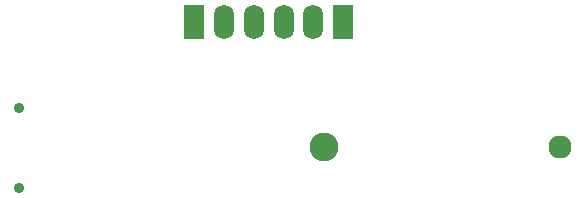
<source format=gbr>
%TF.GenerationSoftware,KiCad,Pcbnew,8.0.5*%
%TF.CreationDate,2025-05-11T19:03:53-04:00*%
%TF.ProjectId,Business_Card,42757369-6e65-4737-935f-436172642e6b,rev?*%
%TF.SameCoordinates,Original*%
%TF.FileFunction,Soldermask,Top*%
%TF.FilePolarity,Negative*%
%FSLAX46Y46*%
G04 Gerber Fmt 4.6, Leading zero omitted, Abs format (unit mm)*
G04 Created by KiCad (PCBNEW 8.0.5) date 2025-05-11 19:03:53*
%MOMM*%
%LPD*%
G01*
G04 APERTURE LIST*
%ADD10O,1.710000X2.920000*%
%ADD11O,1.700000X2.920000*%
%ADD12R,1.700000X2.920000*%
%ADD13C,0.889000*%
%ADD14C,1.959000*%
%ADD15C,2.454000*%
G04 APERTURE END LIST*
D10*
%TO.C,J1*%
X134275000Y-34860000D03*
D11*
X131740000Y-34860000D03*
D12*
X129200000Y-34860000D03*
%TD*%
D13*
%TO.C,SSW1*%
X114425900Y-42100002D03*
X114425900Y-48899998D03*
%TD*%
D10*
%TO.C,J2*%
X136805000Y-34860000D03*
D11*
X139340000Y-34860000D03*
D12*
X141880000Y-34860000D03*
%TD*%
D14*
%TO.C,BT1*%
X160200000Y-45400000D03*
D15*
X140200000Y-45400000D03*
%TD*%
M02*

</source>
